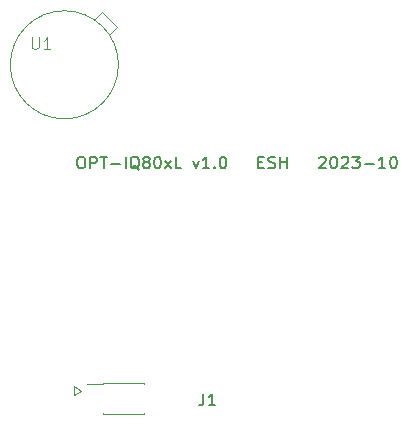
<source format=gbr>
%TF.GenerationSoftware,KiCad,Pcbnew,7.0.8-7.0.8~ubuntu22.04.1*%
%TF.CreationDate,2023-10-23T12:44:05-04:00*%
%TF.ProjectId,test2,74657374-322e-46b6-9963-61645f706362,rev?*%
%TF.SameCoordinates,Original*%
%TF.FileFunction,Legend,Top*%
%TF.FilePolarity,Positive*%
%FSLAX46Y46*%
G04 Gerber Fmt 4.6, Leading zero omitted, Abs format (unit mm)*
G04 Created by KiCad (PCBNEW 7.0.8-7.0.8~ubuntu22.04.1) date 2023-10-23 12:44:05*
%MOMM*%
%LPD*%
G01*
G04 APERTURE LIST*
%ADD10C,0.150000*%
%ADD11C,0.100000*%
%ADD12C,0.120000*%
G04 APERTURE END LIST*
D10*
X26327255Y-32769819D02*
X26517731Y-32769819D01*
X26517731Y-32769819D02*
X26612969Y-32817438D01*
X26612969Y-32817438D02*
X26708207Y-32912676D01*
X26708207Y-32912676D02*
X26755826Y-33103152D01*
X26755826Y-33103152D02*
X26755826Y-33436485D01*
X26755826Y-33436485D02*
X26708207Y-33626961D01*
X26708207Y-33626961D02*
X26612969Y-33722200D01*
X26612969Y-33722200D02*
X26517731Y-33769819D01*
X26517731Y-33769819D02*
X26327255Y-33769819D01*
X26327255Y-33769819D02*
X26232017Y-33722200D01*
X26232017Y-33722200D02*
X26136779Y-33626961D01*
X26136779Y-33626961D02*
X26089160Y-33436485D01*
X26089160Y-33436485D02*
X26089160Y-33103152D01*
X26089160Y-33103152D02*
X26136779Y-32912676D01*
X26136779Y-32912676D02*
X26232017Y-32817438D01*
X26232017Y-32817438D02*
X26327255Y-32769819D01*
X27184398Y-33769819D02*
X27184398Y-32769819D01*
X27184398Y-32769819D02*
X27565350Y-32769819D01*
X27565350Y-32769819D02*
X27660588Y-32817438D01*
X27660588Y-32817438D02*
X27708207Y-32865057D01*
X27708207Y-32865057D02*
X27755826Y-32960295D01*
X27755826Y-32960295D02*
X27755826Y-33103152D01*
X27755826Y-33103152D02*
X27708207Y-33198390D01*
X27708207Y-33198390D02*
X27660588Y-33246009D01*
X27660588Y-33246009D02*
X27565350Y-33293628D01*
X27565350Y-33293628D02*
X27184398Y-33293628D01*
X28041541Y-32769819D02*
X28612969Y-32769819D01*
X28327255Y-33769819D02*
X28327255Y-32769819D01*
X28946303Y-33388866D02*
X29708208Y-33388866D01*
X30184398Y-33769819D02*
X30184398Y-32769819D01*
X31327254Y-33865057D02*
X31232016Y-33817438D01*
X31232016Y-33817438D02*
X31136778Y-33722200D01*
X31136778Y-33722200D02*
X30993921Y-33579342D01*
X30993921Y-33579342D02*
X30898683Y-33531723D01*
X30898683Y-33531723D02*
X30803445Y-33531723D01*
X30851064Y-33769819D02*
X30755826Y-33722200D01*
X30755826Y-33722200D02*
X30660588Y-33626961D01*
X30660588Y-33626961D02*
X30612969Y-33436485D01*
X30612969Y-33436485D02*
X30612969Y-33103152D01*
X30612969Y-33103152D02*
X30660588Y-32912676D01*
X30660588Y-32912676D02*
X30755826Y-32817438D01*
X30755826Y-32817438D02*
X30851064Y-32769819D01*
X30851064Y-32769819D02*
X31041540Y-32769819D01*
X31041540Y-32769819D02*
X31136778Y-32817438D01*
X31136778Y-32817438D02*
X31232016Y-32912676D01*
X31232016Y-32912676D02*
X31279635Y-33103152D01*
X31279635Y-33103152D02*
X31279635Y-33436485D01*
X31279635Y-33436485D02*
X31232016Y-33626961D01*
X31232016Y-33626961D02*
X31136778Y-33722200D01*
X31136778Y-33722200D02*
X31041540Y-33769819D01*
X31041540Y-33769819D02*
X30851064Y-33769819D01*
X31851064Y-33198390D02*
X31755826Y-33150771D01*
X31755826Y-33150771D02*
X31708207Y-33103152D01*
X31708207Y-33103152D02*
X31660588Y-33007914D01*
X31660588Y-33007914D02*
X31660588Y-32960295D01*
X31660588Y-32960295D02*
X31708207Y-32865057D01*
X31708207Y-32865057D02*
X31755826Y-32817438D01*
X31755826Y-32817438D02*
X31851064Y-32769819D01*
X31851064Y-32769819D02*
X32041540Y-32769819D01*
X32041540Y-32769819D02*
X32136778Y-32817438D01*
X32136778Y-32817438D02*
X32184397Y-32865057D01*
X32184397Y-32865057D02*
X32232016Y-32960295D01*
X32232016Y-32960295D02*
X32232016Y-33007914D01*
X32232016Y-33007914D02*
X32184397Y-33103152D01*
X32184397Y-33103152D02*
X32136778Y-33150771D01*
X32136778Y-33150771D02*
X32041540Y-33198390D01*
X32041540Y-33198390D02*
X31851064Y-33198390D01*
X31851064Y-33198390D02*
X31755826Y-33246009D01*
X31755826Y-33246009D02*
X31708207Y-33293628D01*
X31708207Y-33293628D02*
X31660588Y-33388866D01*
X31660588Y-33388866D02*
X31660588Y-33579342D01*
X31660588Y-33579342D02*
X31708207Y-33674580D01*
X31708207Y-33674580D02*
X31755826Y-33722200D01*
X31755826Y-33722200D02*
X31851064Y-33769819D01*
X31851064Y-33769819D02*
X32041540Y-33769819D01*
X32041540Y-33769819D02*
X32136778Y-33722200D01*
X32136778Y-33722200D02*
X32184397Y-33674580D01*
X32184397Y-33674580D02*
X32232016Y-33579342D01*
X32232016Y-33579342D02*
X32232016Y-33388866D01*
X32232016Y-33388866D02*
X32184397Y-33293628D01*
X32184397Y-33293628D02*
X32136778Y-33246009D01*
X32136778Y-33246009D02*
X32041540Y-33198390D01*
X32851064Y-32769819D02*
X32946302Y-32769819D01*
X32946302Y-32769819D02*
X33041540Y-32817438D01*
X33041540Y-32817438D02*
X33089159Y-32865057D01*
X33089159Y-32865057D02*
X33136778Y-32960295D01*
X33136778Y-32960295D02*
X33184397Y-33150771D01*
X33184397Y-33150771D02*
X33184397Y-33388866D01*
X33184397Y-33388866D02*
X33136778Y-33579342D01*
X33136778Y-33579342D02*
X33089159Y-33674580D01*
X33089159Y-33674580D02*
X33041540Y-33722200D01*
X33041540Y-33722200D02*
X32946302Y-33769819D01*
X32946302Y-33769819D02*
X32851064Y-33769819D01*
X32851064Y-33769819D02*
X32755826Y-33722200D01*
X32755826Y-33722200D02*
X32708207Y-33674580D01*
X32708207Y-33674580D02*
X32660588Y-33579342D01*
X32660588Y-33579342D02*
X32612969Y-33388866D01*
X32612969Y-33388866D02*
X32612969Y-33150771D01*
X32612969Y-33150771D02*
X32660588Y-32960295D01*
X32660588Y-32960295D02*
X32708207Y-32865057D01*
X32708207Y-32865057D02*
X32755826Y-32817438D01*
X32755826Y-32817438D02*
X32851064Y-32769819D01*
X33517731Y-33769819D02*
X34041540Y-33103152D01*
X33517731Y-33103152D02*
X34041540Y-33769819D01*
X34898683Y-33769819D02*
X34422493Y-33769819D01*
X34422493Y-33769819D02*
X34422493Y-32769819D01*
X35898684Y-33103152D02*
X36136779Y-33769819D01*
X36136779Y-33769819D02*
X36374874Y-33103152D01*
X37279636Y-33769819D02*
X36708208Y-33769819D01*
X36993922Y-33769819D02*
X36993922Y-32769819D01*
X36993922Y-32769819D02*
X36898684Y-32912676D01*
X36898684Y-32912676D02*
X36803446Y-33007914D01*
X36803446Y-33007914D02*
X36708208Y-33055533D01*
X37708208Y-33674580D02*
X37755827Y-33722200D01*
X37755827Y-33722200D02*
X37708208Y-33769819D01*
X37708208Y-33769819D02*
X37660589Y-33722200D01*
X37660589Y-33722200D02*
X37708208Y-33674580D01*
X37708208Y-33674580D02*
X37708208Y-33769819D01*
X38374874Y-32769819D02*
X38470112Y-32769819D01*
X38470112Y-32769819D02*
X38565350Y-32817438D01*
X38565350Y-32817438D02*
X38612969Y-32865057D01*
X38612969Y-32865057D02*
X38660588Y-32960295D01*
X38660588Y-32960295D02*
X38708207Y-33150771D01*
X38708207Y-33150771D02*
X38708207Y-33388866D01*
X38708207Y-33388866D02*
X38660588Y-33579342D01*
X38660588Y-33579342D02*
X38612969Y-33674580D01*
X38612969Y-33674580D02*
X38565350Y-33722200D01*
X38565350Y-33722200D02*
X38470112Y-33769819D01*
X38470112Y-33769819D02*
X38374874Y-33769819D01*
X38374874Y-33769819D02*
X38279636Y-33722200D01*
X38279636Y-33722200D02*
X38232017Y-33674580D01*
X38232017Y-33674580D02*
X38184398Y-33579342D01*
X38184398Y-33579342D02*
X38136779Y-33388866D01*
X38136779Y-33388866D02*
X38136779Y-33150771D01*
X38136779Y-33150771D02*
X38184398Y-32960295D01*
X38184398Y-32960295D02*
X38232017Y-32865057D01*
X38232017Y-32865057D02*
X38279636Y-32817438D01*
X38279636Y-32817438D02*
X38374874Y-32769819D01*
X41422494Y-33246009D02*
X41755827Y-33246009D01*
X41898684Y-33769819D02*
X41422494Y-33769819D01*
X41422494Y-33769819D02*
X41422494Y-32769819D01*
X41422494Y-32769819D02*
X41898684Y-32769819D01*
X42279637Y-33722200D02*
X42422494Y-33769819D01*
X42422494Y-33769819D02*
X42660589Y-33769819D01*
X42660589Y-33769819D02*
X42755827Y-33722200D01*
X42755827Y-33722200D02*
X42803446Y-33674580D01*
X42803446Y-33674580D02*
X42851065Y-33579342D01*
X42851065Y-33579342D02*
X42851065Y-33484104D01*
X42851065Y-33484104D02*
X42803446Y-33388866D01*
X42803446Y-33388866D02*
X42755827Y-33341247D01*
X42755827Y-33341247D02*
X42660589Y-33293628D01*
X42660589Y-33293628D02*
X42470113Y-33246009D01*
X42470113Y-33246009D02*
X42374875Y-33198390D01*
X42374875Y-33198390D02*
X42327256Y-33150771D01*
X42327256Y-33150771D02*
X42279637Y-33055533D01*
X42279637Y-33055533D02*
X42279637Y-32960295D01*
X42279637Y-32960295D02*
X42327256Y-32865057D01*
X42327256Y-32865057D02*
X42374875Y-32817438D01*
X42374875Y-32817438D02*
X42470113Y-32769819D01*
X42470113Y-32769819D02*
X42708208Y-32769819D01*
X42708208Y-32769819D02*
X42851065Y-32817438D01*
X43279637Y-33769819D02*
X43279637Y-32769819D01*
X43279637Y-33246009D02*
X43851065Y-33246009D01*
X43851065Y-33769819D02*
X43851065Y-32769819D01*
X46565352Y-32865057D02*
X46612971Y-32817438D01*
X46612971Y-32817438D02*
X46708209Y-32769819D01*
X46708209Y-32769819D02*
X46946304Y-32769819D01*
X46946304Y-32769819D02*
X47041542Y-32817438D01*
X47041542Y-32817438D02*
X47089161Y-32865057D01*
X47089161Y-32865057D02*
X47136780Y-32960295D01*
X47136780Y-32960295D02*
X47136780Y-33055533D01*
X47136780Y-33055533D02*
X47089161Y-33198390D01*
X47089161Y-33198390D02*
X46517733Y-33769819D01*
X46517733Y-33769819D02*
X47136780Y-33769819D01*
X47755828Y-32769819D02*
X47851066Y-32769819D01*
X47851066Y-32769819D02*
X47946304Y-32817438D01*
X47946304Y-32817438D02*
X47993923Y-32865057D01*
X47993923Y-32865057D02*
X48041542Y-32960295D01*
X48041542Y-32960295D02*
X48089161Y-33150771D01*
X48089161Y-33150771D02*
X48089161Y-33388866D01*
X48089161Y-33388866D02*
X48041542Y-33579342D01*
X48041542Y-33579342D02*
X47993923Y-33674580D01*
X47993923Y-33674580D02*
X47946304Y-33722200D01*
X47946304Y-33722200D02*
X47851066Y-33769819D01*
X47851066Y-33769819D02*
X47755828Y-33769819D01*
X47755828Y-33769819D02*
X47660590Y-33722200D01*
X47660590Y-33722200D02*
X47612971Y-33674580D01*
X47612971Y-33674580D02*
X47565352Y-33579342D01*
X47565352Y-33579342D02*
X47517733Y-33388866D01*
X47517733Y-33388866D02*
X47517733Y-33150771D01*
X47517733Y-33150771D02*
X47565352Y-32960295D01*
X47565352Y-32960295D02*
X47612971Y-32865057D01*
X47612971Y-32865057D02*
X47660590Y-32817438D01*
X47660590Y-32817438D02*
X47755828Y-32769819D01*
X48470114Y-32865057D02*
X48517733Y-32817438D01*
X48517733Y-32817438D02*
X48612971Y-32769819D01*
X48612971Y-32769819D02*
X48851066Y-32769819D01*
X48851066Y-32769819D02*
X48946304Y-32817438D01*
X48946304Y-32817438D02*
X48993923Y-32865057D01*
X48993923Y-32865057D02*
X49041542Y-32960295D01*
X49041542Y-32960295D02*
X49041542Y-33055533D01*
X49041542Y-33055533D02*
X48993923Y-33198390D01*
X48993923Y-33198390D02*
X48422495Y-33769819D01*
X48422495Y-33769819D02*
X49041542Y-33769819D01*
X49374876Y-32769819D02*
X49993923Y-32769819D01*
X49993923Y-32769819D02*
X49660590Y-33150771D01*
X49660590Y-33150771D02*
X49803447Y-33150771D01*
X49803447Y-33150771D02*
X49898685Y-33198390D01*
X49898685Y-33198390D02*
X49946304Y-33246009D01*
X49946304Y-33246009D02*
X49993923Y-33341247D01*
X49993923Y-33341247D02*
X49993923Y-33579342D01*
X49993923Y-33579342D02*
X49946304Y-33674580D01*
X49946304Y-33674580D02*
X49898685Y-33722200D01*
X49898685Y-33722200D02*
X49803447Y-33769819D01*
X49803447Y-33769819D02*
X49517733Y-33769819D01*
X49517733Y-33769819D02*
X49422495Y-33722200D01*
X49422495Y-33722200D02*
X49374876Y-33674580D01*
X50422495Y-33388866D02*
X51184400Y-33388866D01*
X52184399Y-33769819D02*
X51612971Y-33769819D01*
X51898685Y-33769819D02*
X51898685Y-32769819D01*
X51898685Y-32769819D02*
X51803447Y-32912676D01*
X51803447Y-32912676D02*
X51708209Y-33007914D01*
X51708209Y-33007914D02*
X51612971Y-33055533D01*
X52803447Y-32769819D02*
X52898685Y-32769819D01*
X52898685Y-32769819D02*
X52993923Y-32817438D01*
X52993923Y-32817438D02*
X53041542Y-32865057D01*
X53041542Y-32865057D02*
X53089161Y-32960295D01*
X53089161Y-32960295D02*
X53136780Y-33150771D01*
X53136780Y-33150771D02*
X53136780Y-33388866D01*
X53136780Y-33388866D02*
X53089161Y-33579342D01*
X53089161Y-33579342D02*
X53041542Y-33674580D01*
X53041542Y-33674580D02*
X52993923Y-33722200D01*
X52993923Y-33722200D02*
X52898685Y-33769819D01*
X52898685Y-33769819D02*
X52803447Y-33769819D01*
X52803447Y-33769819D02*
X52708209Y-33722200D01*
X52708209Y-33722200D02*
X52660590Y-33674580D01*
X52660590Y-33674580D02*
X52612971Y-33579342D01*
X52612971Y-33579342D02*
X52565352Y-33388866D01*
X52565352Y-33388866D02*
X52565352Y-33150771D01*
X52565352Y-33150771D02*
X52612971Y-32960295D01*
X52612971Y-32960295D02*
X52660590Y-32865057D01*
X52660590Y-32865057D02*
X52708209Y-32817438D01*
X52708209Y-32817438D02*
X52803447Y-32769819D01*
X36778666Y-52831819D02*
X36778666Y-53546104D01*
X36778666Y-53546104D02*
X36731047Y-53688961D01*
X36731047Y-53688961D02*
X36635809Y-53784200D01*
X36635809Y-53784200D02*
X36492952Y-53831819D01*
X36492952Y-53831819D02*
X36397714Y-53831819D01*
X37778666Y-53831819D02*
X37207238Y-53831819D01*
X37492952Y-53831819D02*
X37492952Y-52831819D01*
X37492952Y-52831819D02*
X37397714Y-52974676D01*
X37397714Y-52974676D02*
X37302476Y-53069914D01*
X37302476Y-53069914D02*
X37207238Y-53117533D01*
D11*
X22238095Y-22657419D02*
X22238095Y-23466942D01*
X22238095Y-23466942D02*
X22285714Y-23562180D01*
X22285714Y-23562180D02*
X22333333Y-23609800D01*
X22333333Y-23609800D02*
X22428571Y-23657419D01*
X22428571Y-23657419D02*
X22619047Y-23657419D01*
X22619047Y-23657419D02*
X22714285Y-23609800D01*
X22714285Y-23609800D02*
X22761904Y-23562180D01*
X22761904Y-23562180D02*
X22809523Y-23466942D01*
X22809523Y-23466942D02*
X22809523Y-22657419D01*
X23809523Y-23657419D02*
X23238095Y-23657419D01*
X23523809Y-23657419D02*
X23523809Y-22657419D01*
X23523809Y-22657419D02*
X23428571Y-22800276D01*
X23428571Y-22800276D02*
X23333333Y-22895514D01*
X23333333Y-22895514D02*
X23238095Y-22943133D01*
%TO.C,J1*%
X25809000Y-52234000D02*
X26444000Y-52615000D01*
X25809000Y-52996000D02*
X25809000Y-52234000D01*
X26444000Y-52615000D02*
X25809000Y-52996000D01*
D12*
X26910000Y-51985000D02*
X28235000Y-51985000D01*
X28235000Y-51920000D02*
X28235000Y-51985000D01*
X28235000Y-51920000D02*
X31765000Y-51920000D01*
X28235000Y-54515000D02*
X28235000Y-54580000D01*
X28235000Y-54580000D02*
X31765000Y-54580000D01*
X31765000Y-51920000D02*
X31765000Y-51985000D01*
X31765000Y-54515000D02*
X31765000Y-54580000D01*
D11*
%TO.C,U1*%
X28810000Y-22460000D02*
X29445000Y-21825000D01*
X29445000Y-21825000D02*
X28175000Y-20555000D01*
X28175000Y-20555000D02*
X27540000Y-21190000D01*
X29579050Y-25000000D02*
G75*
G03*
X29579050Y-25000000I-4579050J0D01*
G01*
%TD*%
M02*

</source>
